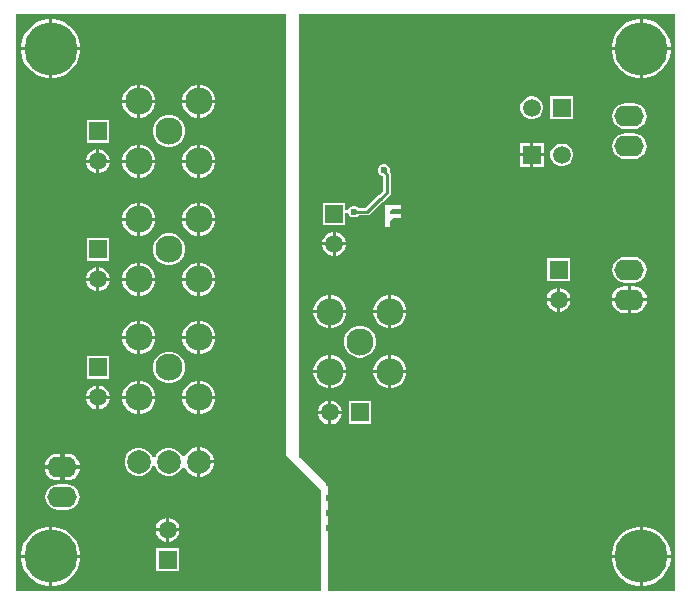
<source format=gbl>
G04*
G04 #@! TF.GenerationSoftware,Altium Limited,Altium Designer,25.0.2 (28)*
G04*
G04 Layer_Physical_Order=2*
G04 Layer_Color=16711680*
%FSLAX44Y44*%
%MOMM*%
G71*
G04*
G04 #@! TF.SameCoordinates,03372A04-C462-4CF8-ACA0-C5B6D0AAF50A*
G04*
G04*
G04 #@! TF.FilePolarity,Positive*
G04*
G01*
G75*
%ADD11C,0.2500*%
%ADD19C,4.5000*%
%ADD20O,2.5000X1.7500*%
%ADD21R,1.5200X1.5200*%
%ADD22C,1.5200*%
%ADD23C,2.3000*%
%ADD24R,1.5200X1.5200*%
%ADD25C,2.0000*%
%ADD33C,0.6000*%
G36*
X558918Y1082D02*
X265000D01*
Y90000D01*
X240000Y115000D01*
Y488918D01*
X558918D01*
Y1082D01*
D02*
G37*
G36*
X229000Y116000D02*
X259000Y86000D01*
Y1082D01*
X1082D01*
Y488918D01*
X229000D01*
Y116000D01*
D02*
G37*
%LPC*%
G36*
X532462Y485000D02*
X531250D01*
Y461250D01*
X555000D01*
Y462462D01*
X554039Y467292D01*
X552155Y471842D01*
X549419Y475937D01*
X545937Y479419D01*
X541842Y482155D01*
X537292Y484039D01*
X532462Y485000D01*
D02*
G37*
G36*
X528750D02*
X527538D01*
X522708Y484039D01*
X518158Y482155D01*
X514063Y479419D01*
X510581Y475937D01*
X507845Y471842D01*
X505961Y467292D01*
X505000Y462462D01*
Y461250D01*
X528750D01*
Y485000D01*
D02*
G37*
G36*
X555000Y458750D02*
X531250D01*
Y435000D01*
X532462D01*
X537292Y435961D01*
X541842Y437845D01*
X545937Y440581D01*
X549419Y444063D01*
X552155Y448158D01*
X554039Y452708D01*
X555000Y457538D01*
Y458750D01*
D02*
G37*
G36*
X528750D02*
X505000D01*
Y457538D01*
X505961Y452708D01*
X507845Y448158D01*
X510581Y444063D01*
X514063Y440581D01*
X518158Y437845D01*
X522708Y435961D01*
X527538Y435000D01*
X528750D01*
Y458750D01*
D02*
G37*
G36*
X472300Y419600D02*
X453100D01*
Y400400D01*
X472300D01*
Y419600D01*
D02*
G37*
G36*
X438564D02*
X436036D01*
X433595Y418946D01*
X431405Y417682D01*
X429618Y415895D01*
X428354Y413705D01*
X427700Y411264D01*
Y408736D01*
X428354Y406295D01*
X429618Y404105D01*
X431405Y402318D01*
X433595Y401054D01*
X436036Y400400D01*
X438564D01*
X441005Y401054D01*
X443195Y402318D01*
X444982Y404105D01*
X446246Y406295D01*
X446900Y408736D01*
Y411264D01*
X446246Y413705D01*
X444982Y415895D01*
X443195Y417682D01*
X441005Y418946D01*
X438564Y419600D01*
D02*
G37*
G36*
X523750Y413543D02*
X516250D01*
X513444Y413173D01*
X510829Y412090D01*
X508583Y410367D01*
X506860Y408121D01*
X505777Y405506D01*
X505407Y402700D01*
X505777Y399894D01*
X506860Y397279D01*
X508583Y395033D01*
X510829Y393310D01*
X513444Y392227D01*
X516250Y391857D01*
X523750D01*
X526556Y392227D01*
X529171Y393310D01*
X531417Y395033D01*
X533140Y397279D01*
X534223Y399894D01*
X534593Y402700D01*
X534223Y405506D01*
X533140Y408121D01*
X531417Y410367D01*
X529171Y412090D01*
X526556Y413173D01*
X523750Y413543D01*
D02*
G37*
G36*
X447400Y380100D02*
X438550D01*
Y371250D01*
X447400D01*
Y380100D01*
D02*
G37*
G36*
X436050D02*
X427200D01*
Y371250D01*
X436050D01*
Y380100D01*
D02*
G37*
G36*
X523750Y388143D02*
X516250D01*
X513444Y387773D01*
X510829Y386690D01*
X508583Y384967D01*
X506860Y382721D01*
X505777Y380106D01*
X505407Y377300D01*
X505777Y374494D01*
X506860Y371879D01*
X508583Y369633D01*
X510829Y367910D01*
X513444Y366827D01*
X516250Y366457D01*
X523750D01*
X526556Y366827D01*
X529171Y367910D01*
X531417Y369633D01*
X533140Y371879D01*
X534223Y374494D01*
X534593Y377300D01*
X534223Y380106D01*
X533140Y382721D01*
X531417Y384967D01*
X529171Y386690D01*
X526556Y387773D01*
X523750Y388143D01*
D02*
G37*
G36*
X463964Y379600D02*
X461436D01*
X458994Y378946D01*
X456805Y377682D01*
X455018Y375895D01*
X453754Y373705D01*
X453100Y371264D01*
Y368736D01*
X453754Y366295D01*
X455018Y364105D01*
X456805Y362318D01*
X458994Y361054D01*
X461436Y360400D01*
X463964D01*
X466405Y361054D01*
X468595Y362318D01*
X470382Y364105D01*
X471646Y366295D01*
X472300Y368736D01*
Y371264D01*
X471646Y373705D01*
X470382Y375895D01*
X468595Y377682D01*
X466405Y378946D01*
X463964Y379600D01*
D02*
G37*
G36*
X447400Y368750D02*
X438550D01*
Y359900D01*
X447400D01*
Y368750D01*
D02*
G37*
G36*
X436050D02*
X427200D01*
Y359900D01*
X436050D01*
Y368750D01*
D02*
G37*
G36*
X326050Y327659D02*
X324369Y327659D01*
X315257Y327659D01*
X313550Y327659D01*
X313451Y327659D01*
X313450Y327659D01*
X313431Y327651D01*
X313409D01*
X313409Y327650D01*
X313225Y327575D01*
X313210Y327559D01*
X313190Y327551D01*
X313050Y327410D01*
X313041Y327391D01*
X313026Y327375D01*
X312950Y327192D01*
X312950Y327192D01*
X312950Y327170D01*
X312942Y327150D01*
X312942Y327150D01*
X312942Y327051D01*
X312942Y325370D01*
X312942Y325369D01*
X312942Y325344D01*
Y309451D01*
X312950Y309431D01*
Y309410D01*
X313026Y309226D01*
X313041Y309211D01*
X313050Y309191D01*
X313190Y309050D01*
X313210Y309042D01*
X313225Y309027D01*
X313409Y308951D01*
X313431D01*
X313451Y308942D01*
X313550D01*
X313550Y308942D01*
X317150D01*
X317169Y308951D01*
X317191D01*
X317375Y309027D01*
X317390Y309042D01*
X317410Y309050D01*
X317550Y309191D01*
X317559Y309211D01*
X317574Y309226D01*
X317650Y309410D01*
Y309431D01*
X317658Y309451D01*
Y309551D01*
X317658Y309551D01*
Y314107D01*
X319994Y316442D01*
X326149Y316442D01*
X326150Y316442D01*
X326169Y316451D01*
X326191D01*
X326191Y316451D01*
X326375Y316527D01*
X326390Y316542D01*
X326410Y316550D01*
X326550Y316691D01*
X326559Y316711D01*
X326574Y316726D01*
X326650Y316910D01*
X326650Y316910D01*
X326650Y316931D01*
X326658Y316951D01*
X326658Y316951D01*
X326658Y317050D01*
X326658Y317051D01*
X326658Y319150D01*
X326650Y319170D01*
Y319191D01*
X326574Y319375D01*
X326559Y319390D01*
X326550Y319410D01*
X326410Y319551D01*
X326390Y319559D01*
X326375Y319574D01*
X326191Y319651D01*
X326169D01*
X326149Y319659D01*
X326050D01*
X326050Y319659D01*
X318055D01*
X317979Y319666D01*
X317833Y319727D01*
X317726Y319834D01*
X317666Y319980D01*
X317658Y320056D01*
Y322107D01*
X319994Y324442D01*
X326149Y324442D01*
X326150Y324442D01*
X326169Y324451D01*
X326191D01*
X326191Y324451D01*
X326375Y324527D01*
X326390Y324542D01*
X326410Y324550D01*
X326550Y324691D01*
X326559Y324711D01*
X326574Y324726D01*
X326650Y324910D01*
X326650Y324910D01*
X326650Y324915D01*
D01*
X326650Y324931D01*
X326658Y324951D01*
X326658Y324951D01*
X326658Y325050D01*
X326658Y325051D01*
X326658Y326594D01*
Y327150D01*
X326658Y327150D01*
X326651Y327166D01*
X326650Y327191D01*
X326650Y327192D01*
X326574Y327375D01*
X326574Y327375D01*
X326559Y327390D01*
X326550Y327410D01*
X326550Y327410D01*
X326410Y327551D01*
X326410Y327551D01*
X326390Y327559D01*
X326375Y327574D01*
X326375Y327575D01*
X326191Y327650D01*
X326191Y327651D01*
X326169Y327651D01*
X326150Y327659D01*
X326149Y327659D01*
X326050Y327659D01*
X326050Y327659D01*
D02*
G37*
G36*
X312994Y362000D02*
X311005D01*
X309168Y361239D01*
X307761Y359832D01*
X307000Y357995D01*
Y356005D01*
X307761Y354168D01*
X309168Y352761D01*
X311005Y352000D01*
X311367D01*
X311686Y351680D01*
Y339534D01*
X308084Y335931D01*
X307482Y335811D01*
X306407Y335093D01*
X296627Y325314D01*
X290757D01*
X289832Y326239D01*
X287994Y327000D01*
X286005D01*
X284168Y326239D01*
X282761Y324832D01*
X282156Y323371D01*
X282000Y322995D01*
X279600Y323236D01*
Y329600D01*
X260400D01*
Y310400D01*
X279600D01*
Y320764D01*
X282000Y321005D01*
X282156Y320629D01*
X282761Y319168D01*
X284168Y317761D01*
X286005Y317000D01*
X287994D01*
X289832Y317761D01*
X290757Y318686D01*
X298000D01*
X299268Y318939D01*
X300343Y319657D01*
X310255Y329569D01*
X310857Y329689D01*
X311932Y330407D01*
X317343Y335818D01*
X318061Y336893D01*
X318314Y338161D01*
Y353053D01*
X318061Y354321D01*
X317343Y355396D01*
X316922Y355817D01*
X317000Y356005D01*
Y357995D01*
X316239Y359832D01*
X314832Y361239D01*
X312994Y362000D01*
D02*
G37*
G36*
X271330Y304700D02*
X271250D01*
Y295850D01*
X280100D01*
Y295930D01*
X279412Y298498D01*
X278082Y300802D01*
X276201Y302682D01*
X273898Y304012D01*
X271330Y304700D01*
D02*
G37*
G36*
X268750D02*
X268670D01*
X266102Y304012D01*
X263799Y302682D01*
X261918Y300802D01*
X260588Y298498D01*
X259900Y295930D01*
Y295850D01*
X268750D01*
Y304700D01*
D02*
G37*
G36*
X280100Y293350D02*
X271250D01*
Y284500D01*
X271330D01*
X273898Y285188D01*
X276201Y286518D01*
X278082Y288398D01*
X279412Y290702D01*
X280100Y293270D01*
Y293350D01*
D02*
G37*
G36*
X268750D02*
X259900D01*
Y293270D01*
X260588Y290702D01*
X261918Y288398D01*
X263799Y286518D01*
X266102Y285188D01*
X268670Y284500D01*
X268750D01*
Y293350D01*
D02*
G37*
G36*
X469600Y282300D02*
X450400D01*
Y263100D01*
X469600D01*
Y282300D01*
D02*
G37*
G36*
X523750Y283543D02*
X516250D01*
X513444Y283173D01*
X510829Y282090D01*
X508583Y280367D01*
X506860Y278121D01*
X505777Y275506D01*
X505407Y272700D01*
X505777Y269894D01*
X506860Y267279D01*
X508583Y265033D01*
X510829Y263310D01*
X513444Y262227D01*
X516250Y261857D01*
X523750D01*
X526556Y262227D01*
X529171Y263310D01*
X531417Y265033D01*
X533140Y267279D01*
X534223Y269894D01*
X534593Y272700D01*
X534223Y275506D01*
X533140Y278121D01*
X531417Y280367D01*
X529171Y282090D01*
X526556Y283173D01*
X523750Y283543D01*
D02*
G37*
G36*
X461330Y257400D02*
X461250D01*
Y248550D01*
X470100D01*
Y248630D01*
X469412Y251198D01*
X468082Y253501D01*
X466202Y255382D01*
X463898Y256712D01*
X461330Y257400D01*
D02*
G37*
G36*
X458750D02*
X458670D01*
X456101Y256712D01*
X453798Y255382D01*
X451918Y253501D01*
X450588Y251198D01*
X449900Y248630D01*
Y248550D01*
X458750D01*
Y257400D01*
D02*
G37*
G36*
X523750Y258647D02*
X521250D01*
Y248550D01*
X534933D01*
X534710Y250237D01*
X533577Y252973D01*
X531774Y255324D01*
X529423Y257127D01*
X526687Y258260D01*
X523750Y258647D01*
D02*
G37*
G36*
X518750D02*
X516250D01*
X513313Y258260D01*
X510576Y257127D01*
X508226Y255324D01*
X506423Y252973D01*
X505289Y250237D01*
X505067Y248550D01*
X518750D01*
Y258647D01*
D02*
G37*
G36*
X319111Y251268D02*
X318518D01*
Y238518D01*
X331268D01*
Y239111D01*
X330314Y242672D01*
X328471Y245865D01*
X325864Y248471D01*
X322672Y250314D01*
X319111Y251268D01*
D02*
G37*
G36*
X268311D02*
X267718D01*
Y238518D01*
X280468D01*
Y239111D01*
X279514Y242672D01*
X277671Y245865D01*
X275065Y248471D01*
X271872Y250314D01*
X268311Y251268D01*
D02*
G37*
G36*
X316018D02*
X315425D01*
X311864Y250314D01*
X308672Y248471D01*
X306066Y245865D01*
X304222Y242672D01*
X303268Y239111D01*
Y238518D01*
X316018D01*
Y251268D01*
D02*
G37*
G36*
X265218D02*
X264625D01*
X261064Y250314D01*
X257872Y248471D01*
X255266Y245865D01*
X253422Y242672D01*
X252468Y239111D01*
Y238518D01*
X265218D01*
Y251268D01*
D02*
G37*
G36*
X470100Y246050D02*
X461250D01*
Y237200D01*
X461330D01*
X463898Y237888D01*
X466202Y239218D01*
X468082Y241098D01*
X469412Y243402D01*
X470100Y245970D01*
Y246050D01*
D02*
G37*
G36*
X458750D02*
X449900D01*
Y245970D01*
X450588Y243402D01*
X451918Y241098D01*
X453798Y239218D01*
X456101Y237888D01*
X458670Y237200D01*
X458750D01*
Y246050D01*
D02*
G37*
G36*
X534933Y246050D02*
X521250D01*
Y235953D01*
X523750D01*
X526687Y236340D01*
X529423Y237473D01*
X531774Y239276D01*
X533577Y241626D01*
X534710Y244363D01*
X534933Y246050D01*
D02*
G37*
G36*
X518750D02*
X505067D01*
X505289Y244363D01*
X506423Y241626D01*
X508226Y239276D01*
X510576Y237473D01*
X513313Y236340D01*
X516250Y235953D01*
X518750D01*
Y246050D01*
D02*
G37*
G36*
X331268Y236018D02*
X318518D01*
Y223268D01*
X319111D01*
X322672Y224222D01*
X325864Y226066D01*
X328471Y228672D01*
X330314Y231864D01*
X331268Y235425D01*
Y236018D01*
D02*
G37*
G36*
X316018D02*
X303268D01*
Y235425D01*
X304222Y231864D01*
X306066Y228672D01*
X308672Y226066D01*
X311864Y224222D01*
X315425Y223268D01*
X316018D01*
Y236018D01*
D02*
G37*
G36*
X280468D02*
X267718D01*
Y223268D01*
X268311D01*
X271872Y224222D01*
X275065Y226066D01*
X277671Y228672D01*
X279514Y231864D01*
X280468Y235425D01*
Y236018D01*
D02*
G37*
G36*
X265218D02*
X252468D01*
Y235425D01*
X253422Y231864D01*
X255266Y228672D01*
X257872Y226066D01*
X261064Y224222D01*
X264625Y223268D01*
X265218D01*
Y236018D01*
D02*
G37*
G36*
X293646Y225368D02*
X290091D01*
X286658Y224448D01*
X283579Y222671D01*
X281066Y220157D01*
X279288Y217079D01*
X278368Y213646D01*
Y210091D01*
X279288Y206657D01*
X281066Y203579D01*
X283579Y201066D01*
X286658Y199288D01*
X290091Y198368D01*
X293646D01*
X297079Y199288D01*
X300158Y201066D01*
X302671Y203579D01*
X304448Y206657D01*
X305368Y210091D01*
Y213646D01*
X304448Y217079D01*
X302671Y220157D01*
X300158Y222671D01*
X297079Y224448D01*
X293646Y225368D01*
D02*
G37*
G36*
X319111Y200468D02*
X318518D01*
Y187718D01*
X331268D01*
Y188311D01*
X330314Y191872D01*
X328471Y195065D01*
X325864Y197671D01*
X322672Y199514D01*
X319111Y200468D01*
D02*
G37*
G36*
X268311D02*
X267718D01*
Y187718D01*
X280468D01*
Y188311D01*
X279514Y191872D01*
X277671Y195065D01*
X275065Y197671D01*
X271872Y199514D01*
X268311Y200468D01*
D02*
G37*
G36*
X316018D02*
X315425D01*
X311864Y199514D01*
X308672Y197671D01*
X306066Y195065D01*
X304222Y191872D01*
X303268Y188311D01*
Y187718D01*
X316018D01*
Y200468D01*
D02*
G37*
G36*
X265218D02*
X264625D01*
X261064Y199514D01*
X257872Y197671D01*
X255266Y195065D01*
X253422Y191872D01*
X252468Y188311D01*
Y187718D01*
X265218D01*
Y200468D01*
D02*
G37*
G36*
X331268Y185218D02*
X318518D01*
Y172468D01*
X319111D01*
X322672Y173422D01*
X325864Y175266D01*
X328471Y177872D01*
X330314Y181064D01*
X331268Y184625D01*
Y185218D01*
D02*
G37*
G36*
X316018D02*
X303268D01*
Y184625D01*
X304222Y181064D01*
X306066Y177872D01*
X308672Y175266D01*
X311864Y173422D01*
X315425Y172468D01*
X316018D01*
Y185218D01*
D02*
G37*
G36*
X280468D02*
X267718D01*
Y172468D01*
X268311D01*
X271872Y173422D01*
X275065Y175266D01*
X277671Y177872D01*
X279514Y181064D01*
X280468Y184625D01*
Y185218D01*
D02*
G37*
G36*
X265218D02*
X252468D01*
Y184625D01*
X253422Y181064D01*
X255266Y177872D01*
X257872Y175266D01*
X261064Y173422D01*
X264625Y172468D01*
X265218D01*
Y185218D01*
D02*
G37*
G36*
X267798Y161968D02*
X267718D01*
Y153118D01*
X276568D01*
Y153198D01*
X275880Y155767D01*
X274550Y158070D01*
X272670Y159950D01*
X270367Y161280D01*
X267798Y161968D01*
D02*
G37*
G36*
X265218D02*
X265139D01*
X262570Y161280D01*
X260267Y159950D01*
X258386Y158070D01*
X257057Y155767D01*
X256368Y153198D01*
Y153118D01*
X265218D01*
Y161968D01*
D02*
G37*
G36*
X301468Y161468D02*
X282268D01*
Y142268D01*
X301468D01*
Y161468D01*
D02*
G37*
G36*
X276568Y150618D02*
X267718D01*
Y141768D01*
X267798D01*
X270367Y142457D01*
X272670Y143786D01*
X274550Y145667D01*
X275880Y147970D01*
X276568Y150539D01*
Y150618D01*
D02*
G37*
G36*
X265218D02*
X256368D01*
Y150539D01*
X257057Y147970D01*
X258386Y145667D01*
X260267Y143786D01*
X262570Y142457D01*
X265139Y141768D01*
X265218D01*
Y150618D01*
D02*
G37*
G36*
X532462Y55000D02*
X531250D01*
Y31250D01*
X555000D01*
Y32462D01*
X554039Y37292D01*
X552155Y41842D01*
X549419Y45937D01*
X545937Y49419D01*
X541842Y52155D01*
X537292Y54039D01*
X532462Y55000D01*
D02*
G37*
G36*
X528750D02*
X527538D01*
X522708Y54039D01*
X518158Y52155D01*
X514063Y49419D01*
X510581Y45937D01*
X507845Y41842D01*
X505961Y37292D01*
X505000Y32462D01*
Y31250D01*
X528750D01*
Y55000D01*
D02*
G37*
G36*
X555000Y28750D02*
X531250D01*
Y5000D01*
X532462D01*
X537292Y5961D01*
X541842Y7845D01*
X545937Y10581D01*
X549419Y14063D01*
X552155Y18158D01*
X554039Y22708D01*
X555000Y27538D01*
Y28750D01*
D02*
G37*
G36*
X528750D02*
X505000D01*
Y27538D01*
X505961Y22708D01*
X507845Y18158D01*
X510581Y14063D01*
X514063Y10581D01*
X518158Y7845D01*
X522708Y5961D01*
X527538Y5000D01*
X528750D01*
Y28750D01*
D02*
G37*
G36*
X32462Y485000D02*
X31250D01*
Y461250D01*
X55000D01*
Y462462D01*
X54039Y467292D01*
X52155Y471842D01*
X49419Y475937D01*
X45937Y479419D01*
X41842Y482155D01*
X37292Y484039D01*
X32462Y485000D01*
D02*
G37*
G36*
X28750D02*
X27538D01*
X22708Y484039D01*
X18158Y482155D01*
X14063Y479419D01*
X10581Y475937D01*
X7845Y471842D01*
X5961Y467292D01*
X5000Y462462D01*
Y461250D01*
X28750D01*
Y485000D01*
D02*
G37*
G36*
X55000Y458750D02*
X31250D01*
Y435000D01*
X32462D01*
X37292Y435961D01*
X41842Y437845D01*
X45937Y440581D01*
X49419Y444063D01*
X52155Y448158D01*
X54039Y452708D01*
X55000Y457538D01*
Y458750D01*
D02*
G37*
G36*
X28750D02*
X5000D01*
Y457538D01*
X5961Y452708D01*
X7845Y448158D01*
X10581Y444063D01*
X14063Y440581D01*
X18158Y437845D01*
X22708Y435961D01*
X27538Y435000D01*
X28750D01*
Y458750D01*
D02*
G37*
G36*
X157243Y429400D02*
X156650D01*
Y416650D01*
X169400D01*
Y417243D01*
X168446Y420804D01*
X166603Y423996D01*
X163996Y426603D01*
X160804Y428446D01*
X157243Y429400D01*
D02*
G37*
G36*
X106443D02*
X105850D01*
Y416650D01*
X118600D01*
Y417243D01*
X117646Y420804D01*
X115803Y423996D01*
X113196Y426603D01*
X110004Y428446D01*
X106443Y429400D01*
D02*
G37*
G36*
X154150D02*
X153557D01*
X149996Y428446D01*
X146804Y426603D01*
X144197Y423996D01*
X142354Y420804D01*
X141400Y417243D01*
Y416650D01*
X154150D01*
Y429400D01*
D02*
G37*
G36*
X103350D02*
X102757D01*
X99196Y428446D01*
X96004Y426603D01*
X93397Y423996D01*
X91554Y420804D01*
X90600Y417243D01*
Y416650D01*
X103350D01*
Y429400D01*
D02*
G37*
G36*
X169400Y414150D02*
X156650D01*
Y401400D01*
X157243D01*
X160804Y402354D01*
X163996Y404197D01*
X166603Y406804D01*
X168446Y409996D01*
X169400Y413557D01*
Y414150D01*
D02*
G37*
G36*
X154150D02*
X141400D01*
Y413557D01*
X142354Y409996D01*
X144197Y406804D01*
X146804Y404197D01*
X149996Y402354D01*
X153557Y401400D01*
X154150D01*
Y414150D01*
D02*
G37*
G36*
X118600D02*
X105850D01*
Y401400D01*
X106443D01*
X110004Y402354D01*
X113196Y404197D01*
X115803Y406804D01*
X117646Y409996D01*
X118600Y413557D01*
Y414150D01*
D02*
G37*
G36*
X103350D02*
X90600D01*
Y413557D01*
X91554Y409996D01*
X93397Y406804D01*
X96004Y404197D01*
X99196Y402354D01*
X102757Y401400D01*
X103350D01*
Y414150D01*
D02*
G37*
G36*
X79600Y399600D02*
X60400D01*
Y380400D01*
X79600D01*
Y399600D01*
D02*
G37*
G36*
X131777Y403500D02*
X128223D01*
X124789Y402580D01*
X121711Y400803D01*
X119197Y398289D01*
X117420Y395211D01*
X116500Y391777D01*
Y388223D01*
X117420Y384789D01*
X119197Y381711D01*
X121711Y379197D01*
X124789Y377420D01*
X128223Y376500D01*
X131777D01*
X135211Y377420D01*
X138289Y379197D01*
X140803Y381711D01*
X142580Y384789D01*
X143500Y388223D01*
Y391777D01*
X142580Y395211D01*
X140803Y398289D01*
X138289Y400803D01*
X135211Y402580D01*
X131777Y403500D01*
D02*
G37*
G36*
X71330Y374700D02*
X71250D01*
Y365850D01*
X80100D01*
Y365930D01*
X79412Y368498D01*
X78082Y370802D01*
X76202Y372682D01*
X73898Y374012D01*
X71330Y374700D01*
D02*
G37*
G36*
X68750D02*
X68670D01*
X66101Y374012D01*
X63798Y372682D01*
X61918Y370802D01*
X60588Y368498D01*
X59900Y365930D01*
Y365850D01*
X68750D01*
Y374700D01*
D02*
G37*
G36*
X157243Y378600D02*
X156650D01*
Y365850D01*
X169400D01*
Y366443D01*
X168446Y370004D01*
X166603Y373196D01*
X163996Y375803D01*
X160804Y377646D01*
X157243Y378600D01*
D02*
G37*
G36*
X106443D02*
X105850D01*
Y365850D01*
X118600D01*
Y366443D01*
X117646Y370004D01*
X115803Y373196D01*
X113196Y375803D01*
X110004Y377646D01*
X106443Y378600D01*
D02*
G37*
G36*
X154150D02*
X153557D01*
X149996Y377646D01*
X146804Y375803D01*
X144197Y373196D01*
X142354Y370004D01*
X141400Y366443D01*
Y365850D01*
X154150D01*
Y378600D01*
D02*
G37*
G36*
X103350D02*
X102757D01*
X99196Y377646D01*
X96004Y375803D01*
X93397Y373196D01*
X91554Y370004D01*
X90600Y366443D01*
Y365850D01*
X103350D01*
Y378600D01*
D02*
G37*
G36*
X80100Y363350D02*
X71250D01*
Y354500D01*
X71330D01*
X73898Y355188D01*
X76202Y356518D01*
X78082Y358399D01*
X79412Y360702D01*
X80100Y363270D01*
Y363350D01*
D02*
G37*
G36*
X68750D02*
X59900D01*
Y363270D01*
X60588Y360702D01*
X61918Y358399D01*
X63798Y356518D01*
X66101Y355188D01*
X68670Y354500D01*
X68750D01*
Y363350D01*
D02*
G37*
G36*
X169400Y363350D02*
X156650D01*
Y350600D01*
X157243D01*
X160804Y351554D01*
X163996Y353397D01*
X166603Y356004D01*
X168446Y359196D01*
X169400Y362757D01*
Y363350D01*
D02*
G37*
G36*
X154150D02*
X141400D01*
Y362757D01*
X142354Y359196D01*
X144197Y356004D01*
X146804Y353397D01*
X149996Y351554D01*
X153557Y350600D01*
X154150D01*
Y363350D01*
D02*
G37*
G36*
X118600D02*
X105850D01*
Y350600D01*
X106443D01*
X110004Y351554D01*
X113196Y353397D01*
X115803Y356004D01*
X117646Y359196D01*
X118600Y362757D01*
Y363350D01*
D02*
G37*
G36*
X103350D02*
X90600D01*
Y362757D01*
X91554Y359196D01*
X93397Y356004D01*
X96004Y353397D01*
X99196Y351554D01*
X102757Y350600D01*
X103350D01*
Y363350D01*
D02*
G37*
G36*
X157243Y329400D02*
X156650D01*
Y316650D01*
X169400D01*
Y317243D01*
X168446Y320804D01*
X166603Y323996D01*
X163996Y326603D01*
X160804Y328446D01*
X157243Y329400D01*
D02*
G37*
G36*
X154150D02*
X153557D01*
X149996Y328446D01*
X146804Y326603D01*
X144197Y323996D01*
X142354Y320804D01*
X141400Y317243D01*
Y316650D01*
X154150D01*
Y329400D01*
D02*
G37*
G36*
X106443D02*
X105850D01*
Y316650D01*
X118600D01*
Y317243D01*
X117646Y320804D01*
X115803Y323996D01*
X113196Y326603D01*
X110004Y328446D01*
X106443Y329400D01*
D02*
G37*
G36*
X103350D02*
X102757D01*
X99196Y328446D01*
X96004Y326603D01*
X93397Y323996D01*
X91554Y320804D01*
X90600Y317243D01*
Y316650D01*
X103350D01*
Y329400D01*
D02*
G37*
G36*
X169400Y314150D02*
X156650D01*
Y301400D01*
X157243D01*
X160804Y302354D01*
X163996Y304197D01*
X166603Y306804D01*
X168446Y309996D01*
X169400Y313557D01*
Y314150D01*
D02*
G37*
G36*
X154150D02*
X141400D01*
Y313557D01*
X142354Y309996D01*
X144197Y306804D01*
X146804Y304197D01*
X149996Y302354D01*
X153557Y301400D01*
X154150D01*
Y314150D01*
D02*
G37*
G36*
X118600D02*
X105850D01*
Y301400D01*
X106443D01*
X110004Y302354D01*
X113196Y304197D01*
X115803Y306804D01*
X117646Y309996D01*
X118600Y313557D01*
Y314150D01*
D02*
G37*
G36*
X103350D02*
X90600D01*
Y313557D01*
X91554Y309996D01*
X93397Y306804D01*
X96004Y304197D01*
X99196Y302354D01*
X102757Y301400D01*
X103350D01*
Y314150D01*
D02*
G37*
G36*
X79600Y299600D02*
X60400D01*
Y280400D01*
X79600D01*
Y299600D01*
D02*
G37*
G36*
X131777Y303500D02*
X128223D01*
X124789Y302580D01*
X121711Y300803D01*
X119197Y298289D01*
X117420Y295211D01*
X116500Y291777D01*
Y288223D01*
X117420Y284789D01*
X119197Y281711D01*
X121711Y279197D01*
X124789Y277420D01*
X128223Y276500D01*
X131777D01*
X135211Y277420D01*
X138289Y279197D01*
X140803Y281711D01*
X142580Y284789D01*
X143500Y288223D01*
Y291777D01*
X142580Y295211D01*
X140803Y298289D01*
X138289Y300803D01*
X135211Y302580D01*
X131777Y303500D01*
D02*
G37*
G36*
X71330Y274700D02*
X71250D01*
Y265850D01*
X80100D01*
Y265930D01*
X79412Y268498D01*
X78082Y270802D01*
X76202Y272682D01*
X73899Y274012D01*
X71330Y274700D01*
D02*
G37*
G36*
X157243Y278600D02*
X156650D01*
Y265850D01*
X169400D01*
Y266443D01*
X168446Y270004D01*
X166603Y273196D01*
X163996Y275803D01*
X160804Y277646D01*
X157243Y278600D01*
D02*
G37*
G36*
X154150D02*
X153557D01*
X149996Y277646D01*
X146804Y275803D01*
X144197Y273196D01*
X142354Y270004D01*
X141400Y266443D01*
Y265850D01*
X154150D01*
Y278600D01*
D02*
G37*
G36*
X106443D02*
X105850D01*
Y265850D01*
X118600D01*
Y266443D01*
X117646Y270004D01*
X115803Y273196D01*
X113196Y275803D01*
X110004Y277646D01*
X106443Y278600D01*
D02*
G37*
G36*
X103350D02*
X102757D01*
X99196Y277646D01*
X96004Y275803D01*
X93397Y273196D01*
X91554Y270004D01*
X90600Y266443D01*
Y265850D01*
X103350D01*
Y278600D01*
D02*
G37*
G36*
X68750Y274700D02*
X68670D01*
X66102Y274012D01*
X63798Y272682D01*
X61918Y270802D01*
X60588Y268498D01*
X59900Y265930D01*
Y265850D01*
X68750D01*
Y274700D01*
D02*
G37*
G36*
X80100Y263350D02*
X71250D01*
Y254500D01*
X71330D01*
X73899Y255188D01*
X76202Y256518D01*
X78082Y258398D01*
X79412Y260702D01*
X80100Y263270D01*
Y263350D01*
D02*
G37*
G36*
X68750D02*
X59900D01*
Y263270D01*
X60588Y260702D01*
X61918Y258398D01*
X63798Y256518D01*
X66102Y255188D01*
X68670Y254500D01*
X68750D01*
Y263350D01*
D02*
G37*
G36*
X169400D02*
X156650D01*
Y250600D01*
X157243D01*
X160804Y251554D01*
X163996Y253397D01*
X166603Y256004D01*
X168446Y259196D01*
X169400Y262757D01*
Y263350D01*
D02*
G37*
G36*
X154150D02*
X141400D01*
Y262757D01*
X142354Y259196D01*
X144197Y256004D01*
X146804Y253397D01*
X149996Y251554D01*
X153557Y250600D01*
X154150D01*
Y263350D01*
D02*
G37*
G36*
X118600D02*
X105850D01*
Y250600D01*
X106443D01*
X110004Y251554D01*
X113196Y253397D01*
X115803Y256004D01*
X117646Y259196D01*
X118600Y262757D01*
Y263350D01*
D02*
G37*
G36*
X103350D02*
X90600D01*
Y262757D01*
X91554Y259196D01*
X93397Y256004D01*
X96004Y253397D01*
X99196Y251554D01*
X102757Y250600D01*
X103350D01*
Y263350D01*
D02*
G37*
G36*
X157243Y229400D02*
X156650D01*
Y216650D01*
X169400D01*
Y217243D01*
X168446Y220804D01*
X166603Y223996D01*
X163996Y226603D01*
X160804Y228446D01*
X157243Y229400D01*
D02*
G37*
G36*
X106443D02*
X105850D01*
Y216650D01*
X118600D01*
Y217243D01*
X117646Y220804D01*
X115803Y223996D01*
X113196Y226603D01*
X110004Y228446D01*
X106443Y229400D01*
D02*
G37*
G36*
X154150D02*
X153557D01*
X149996Y228446D01*
X146804Y226603D01*
X144197Y223996D01*
X142354Y220804D01*
X141400Y217243D01*
Y216650D01*
X154150D01*
Y229400D01*
D02*
G37*
G36*
X103350D02*
X102757D01*
X99196Y228446D01*
X96004Y226603D01*
X93397Y223996D01*
X91554Y220804D01*
X90600Y217243D01*
Y216650D01*
X103350D01*
Y229400D01*
D02*
G37*
G36*
X169400Y214150D02*
X156650D01*
Y201400D01*
X157243D01*
X160804Y202354D01*
X163996Y204197D01*
X166603Y206804D01*
X168446Y209996D01*
X169400Y213557D01*
Y214150D01*
D02*
G37*
G36*
X154150D02*
X141400D01*
Y213557D01*
X142354Y209996D01*
X144197Y206804D01*
X146804Y204197D01*
X149996Y202354D01*
X153557Y201400D01*
X154150D01*
Y214150D01*
D02*
G37*
G36*
X118600D02*
X105850D01*
Y201400D01*
X106443D01*
X110004Y202354D01*
X113196Y204197D01*
X115803Y206804D01*
X117646Y209996D01*
X118600Y213557D01*
Y214150D01*
D02*
G37*
G36*
X103350D02*
X90600D01*
Y213557D01*
X91554Y209996D01*
X93397Y206804D01*
X96004Y204197D01*
X99196Y202354D01*
X102757Y201400D01*
X103350D01*
Y214150D01*
D02*
G37*
G36*
X79600Y199600D02*
X60400D01*
Y180400D01*
X79600D01*
Y199600D01*
D02*
G37*
G36*
X131777Y203500D02*
X128223D01*
X124789Y202580D01*
X121711Y200803D01*
X119197Y198289D01*
X117420Y195211D01*
X116500Y191777D01*
Y188223D01*
X117420Y184789D01*
X119197Y181711D01*
X121711Y179197D01*
X124789Y177420D01*
X128223Y176500D01*
X131777D01*
X135211Y177420D01*
X138289Y179197D01*
X140803Y181711D01*
X142580Y184789D01*
X143500Y188223D01*
Y191777D01*
X142580Y195211D01*
X140803Y198289D01*
X138289Y200803D01*
X135211Y202580D01*
X131777Y203500D01*
D02*
G37*
G36*
X157243Y178600D02*
X156650D01*
Y165850D01*
X169400D01*
Y166443D01*
X168446Y170004D01*
X166603Y173196D01*
X163996Y175803D01*
X160804Y177646D01*
X157243Y178600D01*
D02*
G37*
G36*
X106443D02*
X105850D01*
Y165850D01*
X118600D01*
Y166443D01*
X117646Y170004D01*
X115803Y173196D01*
X113196Y175803D01*
X110004Y177646D01*
X106443Y178600D01*
D02*
G37*
G36*
X71330Y174700D02*
X71250D01*
Y165850D01*
X80100D01*
Y165930D01*
X79412Y168498D01*
X78082Y170802D01*
X76202Y172682D01*
X73899Y174012D01*
X71330Y174700D01*
D02*
G37*
G36*
X68750D02*
X68670D01*
X66102Y174012D01*
X63798Y172682D01*
X61918Y170802D01*
X60588Y168498D01*
X59900Y165930D01*
Y165850D01*
X68750D01*
Y174700D01*
D02*
G37*
G36*
X154150Y178600D02*
X153557D01*
X149996Y177646D01*
X146804Y175803D01*
X144197Y173196D01*
X142354Y170004D01*
X141400Y166443D01*
Y165850D01*
X154150D01*
Y178600D01*
D02*
G37*
G36*
X103350D02*
X102757D01*
X99196Y177646D01*
X96004Y175803D01*
X93397Y173196D01*
X91554Y170004D01*
X90600Y166443D01*
Y165850D01*
X103350D01*
Y178600D01*
D02*
G37*
G36*
X80100Y163350D02*
X71250D01*
Y154500D01*
X71330D01*
X73899Y155188D01*
X76202Y156518D01*
X78082Y158399D01*
X79412Y160702D01*
X80100Y163270D01*
Y163350D01*
D02*
G37*
G36*
X68750D02*
X59900D01*
Y163270D01*
X60588Y160702D01*
X61918Y158399D01*
X63798Y156518D01*
X66102Y155188D01*
X68670Y154500D01*
X68750D01*
Y163350D01*
D02*
G37*
G36*
X169400D02*
X156650D01*
Y150600D01*
X157243D01*
X160804Y151554D01*
X163996Y153397D01*
X166603Y156004D01*
X168446Y159196D01*
X169400Y162757D01*
Y163350D01*
D02*
G37*
G36*
X154150D02*
X141400D01*
Y162757D01*
X142354Y159196D01*
X144197Y156004D01*
X146804Y153397D01*
X149996Y151554D01*
X153557Y150600D01*
X154150D01*
Y163350D01*
D02*
G37*
G36*
X118600D02*
X105850D01*
Y150600D01*
X106443D01*
X110004Y151554D01*
X113196Y153397D01*
X115803Y156004D01*
X117646Y159196D01*
X118600Y162757D01*
Y163350D01*
D02*
G37*
G36*
X103350D02*
X90600D01*
Y162757D01*
X91554Y159196D01*
X93397Y156004D01*
X96004Y153397D01*
X99196Y151554D01*
X102757Y150600D01*
X103350D01*
Y163350D01*
D02*
G37*
G36*
X154150Y122500D02*
X153754D01*
X150575Y121648D01*
X147725Y120002D01*
X145398Y117675D01*
X143752Y114825D01*
X143735Y114763D01*
X141441Y114645D01*
X141134Y114715D01*
X139602Y117368D01*
X137368Y119602D01*
X134632Y121182D01*
X131580Y122000D01*
X128420D01*
X125368Y121182D01*
X122632Y119602D01*
X120398Y117368D01*
X118818Y114632D01*
X118594Y113797D01*
X116006D01*
X115782Y114632D01*
X114202Y117368D01*
X111968Y119602D01*
X109232Y121182D01*
X106180Y122000D01*
X103020D01*
X99968Y121182D01*
X97232Y119602D01*
X94998Y117368D01*
X93418Y114632D01*
X92600Y111580D01*
Y108420D01*
X93418Y105368D01*
X94998Y102632D01*
X97232Y100398D01*
X99968Y98818D01*
X103020Y98000D01*
X106180D01*
X109232Y98818D01*
X111968Y100398D01*
X114202Y102632D01*
X115782Y105368D01*
X116006Y106203D01*
X118594D01*
X118818Y105368D01*
X120398Y102632D01*
X122632Y100398D01*
X125368Y98818D01*
X128420Y98000D01*
X131580D01*
X134632Y98818D01*
X137368Y100398D01*
X139602Y102632D01*
X141134Y105285D01*
X141441Y105355D01*
X143735Y105237D01*
X143752Y105175D01*
X145398Y102325D01*
X147725Y99998D01*
X150575Y98352D01*
X153754Y97500D01*
X154150D01*
Y110000D01*
Y122500D01*
D02*
G37*
G36*
X157046D02*
X156650D01*
Y111250D01*
X167900D01*
Y111646D01*
X167048Y114825D01*
X165403Y117675D01*
X163075Y120002D01*
X160225Y121648D01*
X157046Y122500D01*
D02*
G37*
G36*
X43750Y117047D02*
X42000D01*
Y107700D01*
X54834D01*
X54710Y108637D01*
X53577Y111374D01*
X51774Y113724D01*
X49423Y115527D01*
X46687Y116660D01*
X43750Y117047D01*
D02*
G37*
G36*
X38000D02*
X36250D01*
X33313Y116660D01*
X30576Y115527D01*
X28226Y113724D01*
X26423Y111374D01*
X25290Y108637D01*
X25166Y107700D01*
X38000D01*
Y117047D01*
D02*
G37*
G36*
X167900Y108750D02*
X156650D01*
Y97500D01*
X157046D01*
X160225Y98352D01*
X163075Y99998D01*
X165403Y102325D01*
X167048Y105175D01*
X167900Y108354D01*
Y108750D01*
D02*
G37*
G36*
X54834Y103700D02*
X42000D01*
Y94353D01*
X43750D01*
X46687Y94740D01*
X49423Y95873D01*
X51774Y97676D01*
X53577Y100027D01*
X54710Y102763D01*
X54834Y103700D01*
D02*
G37*
G36*
X38000D02*
X25166D01*
X25290Y102763D01*
X26423Y100027D01*
X28226Y97676D01*
X30576Y95873D01*
X33313Y94740D01*
X36250Y94353D01*
X38000D01*
Y103700D01*
D02*
G37*
G36*
X43750Y91143D02*
X36250D01*
X33444Y90773D01*
X30829Y89690D01*
X28583Y87967D01*
X26860Y85721D01*
X25777Y83106D01*
X25407Y80300D01*
X25777Y77494D01*
X26860Y74879D01*
X28583Y72633D01*
X30829Y70910D01*
X33444Y69827D01*
X36250Y69457D01*
X43750D01*
X46556Y69827D01*
X49171Y70910D01*
X51417Y72633D01*
X53140Y74879D01*
X54223Y77494D01*
X54593Y80300D01*
X54223Y83106D01*
X53140Y85721D01*
X51417Y87967D01*
X49171Y89690D01*
X46556Y90773D01*
X43750Y91143D01*
D02*
G37*
G36*
X130330Y62800D02*
X130250D01*
Y53950D01*
X139100D01*
Y54030D01*
X138412Y56598D01*
X137082Y58902D01*
X135202Y60782D01*
X132898Y62112D01*
X130330Y62800D01*
D02*
G37*
G36*
X127750D02*
X127670D01*
X125102Y62112D01*
X122799Y60782D01*
X120918Y58902D01*
X119588Y56598D01*
X118900Y54030D01*
Y53950D01*
X127750D01*
Y62800D01*
D02*
G37*
G36*
X139100Y51450D02*
X130250D01*
Y42600D01*
X130330D01*
X132898Y43288D01*
X135202Y44618D01*
X137082Y46498D01*
X138412Y48802D01*
X139100Y51370D01*
Y51450D01*
D02*
G37*
G36*
X127750D02*
X118900D01*
Y51370D01*
X119588Y48802D01*
X120918Y46498D01*
X122799Y44618D01*
X125102Y43288D01*
X127670Y42600D01*
X127750D01*
Y51450D01*
D02*
G37*
G36*
X32462Y55000D02*
X31250D01*
Y31250D01*
X55000D01*
Y32462D01*
X54039Y37292D01*
X52155Y41842D01*
X49419Y45937D01*
X45937Y49419D01*
X41842Y52155D01*
X37292Y54039D01*
X32462Y55000D01*
D02*
G37*
G36*
X28750D02*
X27538D01*
X22708Y54039D01*
X18158Y52155D01*
X14063Y49419D01*
X10581Y45937D01*
X7845Y41842D01*
X5961Y37292D01*
X5000Y32462D01*
Y31250D01*
X28750D01*
Y55000D01*
D02*
G37*
G36*
X138600Y36900D02*
X119400D01*
Y17700D01*
X138600D01*
Y36900D01*
D02*
G37*
G36*
X55000Y28750D02*
X31250D01*
Y5000D01*
X32462D01*
X37292Y5961D01*
X41842Y7845D01*
X45937Y10581D01*
X49419Y14063D01*
X52155Y18158D01*
X54039Y22708D01*
X55000Y27538D01*
Y28750D01*
D02*
G37*
G36*
X28750D02*
X5000D01*
Y27538D01*
X5961Y22708D01*
X7845Y18158D01*
X10581Y14063D01*
X14063Y10581D01*
X18158Y7845D01*
X22708Y5961D01*
X27538Y5000D01*
X28750D01*
Y28750D01*
D02*
G37*
%LPD*%
D11*
X230521Y49521D02*
Y50079D01*
X309589Y332750D02*
X315000Y338161D01*
X312000Y356053D02*
X315000Y353053D01*
Y338161D02*
Y353053D01*
X308750Y332750D02*
X309589D01*
X287000Y322000D02*
X298000D01*
X308750Y332750D01*
X312000Y356053D02*
Y357000D01*
D19*
X530000Y460000D02*
D03*
Y30000D02*
D03*
X30000Y460000D02*
D03*
Y30000D02*
D03*
D20*
X40000Y105700D02*
D03*
Y80300D02*
D03*
X520000Y377300D02*
D03*
Y402700D02*
D03*
X520000Y247300D02*
D03*
Y272700D02*
D03*
D21*
X70000Y190000D02*
D03*
Y290000D02*
D03*
X70000Y390000D02*
D03*
X460000Y272700D02*
D03*
X129000Y27300D02*
D03*
X270000Y320000D02*
D03*
D22*
X70000Y164600D02*
D03*
Y264600D02*
D03*
X70000Y364600D02*
D03*
X460000Y247300D02*
D03*
X437300Y410000D02*
D03*
X462700Y370000D02*
D03*
X129000Y52700D02*
D03*
X270000Y294600D02*
D03*
X266468Y151868D02*
D03*
D23*
X130000Y190000D02*
D03*
X104600Y215400D02*
D03*
Y164600D02*
D03*
X155400D02*
D03*
Y215400D02*
D03*
X130000Y290000D02*
D03*
X104600Y264600D02*
D03*
X155400D02*
D03*
Y315400D02*
D03*
X104600D02*
D03*
X130000Y390000D02*
D03*
X104600Y415400D02*
D03*
Y364600D02*
D03*
X155400D02*
D03*
Y415400D02*
D03*
X291868Y211868D02*
D03*
X266468Y237268D02*
D03*
Y186468D02*
D03*
X317268D02*
D03*
Y237268D02*
D03*
D24*
X462700Y410000D02*
D03*
X437300Y370000D02*
D03*
X291868Y151868D02*
D03*
D25*
X130000Y110000D02*
D03*
X104600D02*
D03*
X155400D02*
D03*
D33*
X310300Y282000D02*
D03*
Y298500D02*
D03*
X257367Y119733D02*
D03*
X287278Y108548D02*
D03*
X488098Y220679D02*
D03*
X408520Y416730D02*
D03*
X482799Y463500D02*
D03*
X490300Y478500D02*
D03*
X475299D02*
D03*
X460299D02*
D03*
X445299D02*
D03*
X430299D02*
D03*
X257800Y463500D02*
D03*
X265300Y478500D02*
D03*
X250300D02*
D03*
X280300D02*
D03*
X295300D02*
D03*
X310300D02*
D03*
X325300D02*
D03*
X340299D02*
D03*
X355299D02*
D03*
X370299D02*
D03*
X385299D02*
D03*
X400299D02*
D03*
X415299D02*
D03*
X272800Y463500D02*
D03*
X287800D02*
D03*
X302800D02*
D03*
X191099Y478500D02*
D03*
X206099D02*
D03*
X221099D02*
D03*
X131099D02*
D03*
X146099D02*
D03*
X161099D02*
D03*
X176099D02*
D03*
X71099D02*
D03*
X86099D02*
D03*
X101099D02*
D03*
X116099D02*
D03*
X183599Y463500D02*
D03*
X198599D02*
D03*
X213599D02*
D03*
X123599D02*
D03*
X138599D02*
D03*
X153599D02*
D03*
X168599D02*
D03*
X78599D02*
D03*
X93599D02*
D03*
X108599D02*
D03*
X266000Y92140D02*
D03*
Y79427D02*
D03*
Y66713D02*
D03*
Y54000D02*
D03*
X243599Y13500D02*
D03*
X221099Y448500D02*
D03*
X213599Y433500D02*
D03*
X221099Y418500D02*
D03*
X213599Y403500D02*
D03*
X221099Y388500D02*
D03*
X213599Y373500D02*
D03*
X221099Y358500D02*
D03*
Y58500D02*
D03*
X198599Y433500D02*
D03*
X206099Y418500D02*
D03*
X198599Y403500D02*
D03*
X206099Y388500D02*
D03*
X198599Y373500D02*
D03*
Y313500D02*
D03*
Y283500D02*
D03*
X183599Y433500D02*
D03*
X191099Y418500D02*
D03*
X183599Y403500D02*
D03*
X191099Y388500D02*
D03*
X183599Y343500D02*
D03*
X191099Y328500D02*
D03*
X183599Y313500D02*
D03*
X191099Y298500D02*
D03*
X183599Y73500D02*
D03*
X191099Y58500D02*
D03*
X183599Y43500D02*
D03*
Y13500D02*
D03*
X168599Y433500D02*
D03*
X176099Y418500D02*
D03*
X168599Y403500D02*
D03*
Y343500D02*
D03*
X176099Y328500D02*
D03*
X168599Y253500D02*
D03*
Y193500D02*
D03*
Y43500D02*
D03*
Y13500D02*
D03*
X161099Y448500D02*
D03*
X153599Y433500D02*
D03*
Y343500D02*
D03*
X161099Y238500D02*
D03*
X153599Y133500D02*
D03*
X161099Y88500D02*
D03*
X153599Y73500D02*
D03*
X161099Y58500D02*
D03*
X153599Y43500D02*
D03*
Y13500D02*
D03*
X146099Y448500D02*
D03*
X138599Y433500D02*
D03*
Y343500D02*
D03*
Y253500D02*
D03*
X146099Y238500D02*
D03*
X138599Y223500D02*
D03*
X146099Y148500D02*
D03*
X138599Y133500D02*
D03*
Y73500D02*
D03*
X146099Y58500D02*
D03*
X138599Y13500D02*
D03*
X131099Y448500D02*
D03*
X123599Y433500D02*
D03*
X131099Y418500D02*
D03*
Y358500D02*
D03*
X123599Y343500D02*
D03*
X131099Y328500D02*
D03*
X123599Y253500D02*
D03*
X131099Y238500D02*
D03*
X123599Y223500D02*
D03*
X131099Y208500D02*
D03*
X123599Y163500D02*
D03*
X131099Y148500D02*
D03*
X123599Y133500D02*
D03*
X131099Y88500D02*
D03*
X123599Y73500D02*
D03*
Y13500D02*
D03*
X108599Y343500D02*
D03*
X116099Y328500D02*
D03*
Y178500D02*
D03*
Y148500D02*
D03*
X108599Y133500D02*
D03*
X116099Y88500D02*
D03*
X108599Y73500D02*
D03*
Y13500D02*
D03*
X93599Y343500D02*
D03*
Y133500D02*
D03*
X101099Y88500D02*
D03*
X93599Y73500D02*
D03*
Y13500D02*
D03*
X86099Y448500D02*
D03*
X78599Y433500D02*
D03*
Y403500D02*
D03*
X86099Y358500D02*
D03*
X78599Y343500D02*
D03*
Y313500D02*
D03*
X86099Y268500D02*
D03*
X78599Y253500D02*
D03*
X86099Y238500D02*
D03*
Y208500D02*
D03*
Y178500D02*
D03*
Y148500D02*
D03*
X78599Y133500D02*
D03*
X86099Y118500D02*
D03*
X78599Y103500D02*
D03*
X86099Y88500D02*
D03*
X78599Y73500D02*
D03*
X86099Y58500D02*
D03*
X78599Y43500D02*
D03*
Y13500D02*
D03*
X71099Y448500D02*
D03*
X63599Y433500D02*
D03*
Y403500D02*
D03*
Y343500D02*
D03*
X71099Y238500D02*
D03*
Y208500D02*
D03*
Y148500D02*
D03*
X63599Y133500D02*
D03*
X71099Y118500D02*
D03*
Y88500D02*
D03*
X63599Y73500D02*
D03*
X71099Y58500D02*
D03*
X56099Y418500D02*
D03*
X48599Y403500D02*
D03*
X56099Y388500D02*
D03*
X48599Y373500D02*
D03*
X56099Y358500D02*
D03*
X48599Y343500D02*
D03*
Y313500D02*
D03*
Y283500D02*
D03*
X56099Y268500D02*
D03*
X48599Y253500D02*
D03*
X56099Y238500D02*
D03*
X48599Y223500D02*
D03*
X56099Y208500D02*
D03*
Y178500D02*
D03*
Y148500D02*
D03*
X48599Y133500D02*
D03*
X56099Y118500D02*
D03*
X33599Y403500D02*
D03*
Y373500D02*
D03*
X41099Y358500D02*
D03*
X33599Y343500D02*
D03*
X41099Y328500D02*
D03*
X33599Y313500D02*
D03*
X41099Y298500D02*
D03*
X33599Y283500D02*
D03*
Y253500D02*
D03*
X41099Y238500D02*
D03*
X33599Y223500D02*
D03*
X41099Y208500D02*
D03*
Y178500D02*
D03*
Y148500D02*
D03*
X18599Y403500D02*
D03*
Y373500D02*
D03*
X26099Y358500D02*
D03*
X18599Y343500D02*
D03*
X26099Y328500D02*
D03*
X18599Y313500D02*
D03*
X26099Y298500D02*
D03*
X18599Y283500D02*
D03*
Y253500D02*
D03*
X26099Y238500D02*
D03*
X18599Y223500D02*
D03*
X26099Y208500D02*
D03*
Y178500D02*
D03*
Y148500D02*
D03*
Y118500D02*
D03*
X18599Y103500D02*
D03*
Y73500D02*
D03*
X243000Y456000D02*
D03*
Y436000D02*
D03*
Y416000D02*
D03*
Y396000D02*
D03*
Y376000D02*
D03*
Y356000D02*
D03*
Y336000D02*
D03*
Y316000D02*
D03*
Y296000D02*
D03*
Y276000D02*
D03*
Y256000D02*
D03*
Y236000D02*
D03*
Y216000D02*
D03*
Y196000D02*
D03*
Y176000D02*
D03*
Y156000D02*
D03*
Y136000D02*
D03*
Y116000D02*
D03*
X542799Y193500D02*
D03*
Y433500D02*
D03*
X550299Y418500D02*
D03*
X542799Y403500D02*
D03*
X550299Y388500D02*
D03*
X542799Y373500D02*
D03*
X550299Y358500D02*
D03*
Y328500D02*
D03*
Y298500D02*
D03*
Y268500D02*
D03*
Y238500D02*
D03*
Y208500D02*
D03*
Y178500D02*
D03*
X542799Y163500D02*
D03*
X550299Y148500D02*
D03*
X542799Y133500D02*
D03*
X550299Y118500D02*
D03*
X542799Y103500D02*
D03*
X550299Y88500D02*
D03*
X542799Y73500D02*
D03*
X550299Y58500D02*
D03*
X535299Y418500D02*
D03*
Y388500D02*
D03*
Y358500D02*
D03*
Y238500D02*
D03*
Y208500D02*
D03*
X527799Y193500D02*
D03*
X535299Y178500D02*
D03*
X527799Y163500D02*
D03*
X535299Y148500D02*
D03*
X527799Y133500D02*
D03*
X535299Y118500D02*
D03*
X527799Y103500D02*
D03*
X535299Y88500D02*
D03*
X527799Y73500D02*
D03*
X512799Y433500D02*
D03*
X520299Y418500D02*
D03*
Y358500D02*
D03*
Y208500D02*
D03*
X512799Y193500D02*
D03*
X520299Y178500D02*
D03*
X512799Y163500D02*
D03*
X520299Y148500D02*
D03*
X512799Y133500D02*
D03*
X520299Y118500D02*
D03*
X512799Y103500D02*
D03*
X520299Y88500D02*
D03*
X512799Y73500D02*
D03*
X497799Y433500D02*
D03*
X505299Y418500D02*
D03*
Y388500D02*
D03*
Y358500D02*
D03*
Y208500D02*
D03*
X497799Y193500D02*
D03*
X505299Y178500D02*
D03*
X497799Y163500D02*
D03*
X505299Y148500D02*
D03*
X497799Y133500D02*
D03*
X505299Y118500D02*
D03*
X497799Y103500D02*
D03*
X505299Y88500D02*
D03*
X497799Y73500D02*
D03*
X505299Y58500D02*
D03*
X497799Y43500D02*
D03*
Y13500D02*
D03*
X482799Y433500D02*
D03*
X490299Y418500D02*
D03*
Y388500D02*
D03*
Y358500D02*
D03*
X482799Y13500D02*
D03*
X475299Y448500D02*
D03*
X467799Y433500D02*
D03*
X475299Y388500D02*
D03*
Y358500D02*
D03*
X467799Y13500D02*
D03*
X460299Y448500D02*
D03*
X452800Y13500D02*
D03*
X445299Y448500D02*
D03*
X437800Y13500D02*
D03*
X430299Y448500D02*
D03*
X422800Y13500D02*
D03*
X415300Y448500D02*
D03*
X407800Y13500D02*
D03*
X400300Y448500D02*
D03*
X392800Y13500D02*
D03*
X385300Y448500D02*
D03*
X377800Y433500D02*
D03*
X385300Y418500D02*
D03*
X377800Y403500D02*
D03*
Y13500D02*
D03*
X370300Y448500D02*
D03*
X362800Y433500D02*
D03*
X370300Y418500D02*
D03*
X362800Y403500D02*
D03*
Y13500D02*
D03*
X355300Y448500D02*
D03*
X347800Y433500D02*
D03*
X355300Y418500D02*
D03*
X347800Y403500D02*
D03*
X355300Y388500D02*
D03*
X340300Y448500D02*
D03*
X332800Y433500D02*
D03*
X340300Y418500D02*
D03*
X332800Y403500D02*
D03*
Y13500D02*
D03*
X325300Y448500D02*
D03*
X317800Y433500D02*
D03*
X325300Y418500D02*
D03*
X317800Y403500D02*
D03*
X325300Y268500D02*
D03*
Y208500D02*
D03*
X317800Y163500D02*
D03*
X325300Y148500D02*
D03*
X317800Y133500D02*
D03*
X325300Y118500D02*
D03*
X317800Y103500D02*
D03*
Y13500D02*
D03*
X310300Y448500D02*
D03*
X302800Y433500D02*
D03*
X310300Y418500D02*
D03*
X302800Y253500D02*
D03*
X310300Y208500D02*
D03*
Y148500D02*
D03*
X302800Y133500D02*
D03*
X310300Y118500D02*
D03*
X302800Y103500D02*
D03*
X310300Y88500D02*
D03*
X302800Y13500D02*
D03*
X295300Y448500D02*
D03*
X287800Y433500D02*
D03*
X295300Y418500D02*
D03*
X287800Y403500D02*
D03*
Y343500D02*
D03*
Y253500D02*
D03*
X295300Y238500D02*
D03*
X287800Y133500D02*
D03*
Y73500D02*
D03*
Y13500D02*
D03*
X272800Y433500D02*
D03*
X280300Y418500D02*
D03*
X272800Y403500D02*
D03*
X280300Y388500D02*
D03*
X272800Y373500D02*
D03*
X280300Y358500D02*
D03*
X272800Y343500D02*
D03*
Y163500D02*
D03*
Y13500D02*
D03*
X257800Y433500D02*
D03*
X265300Y418500D02*
D03*
X257800Y403500D02*
D03*
X265300Y388500D02*
D03*
X257800Y373500D02*
D03*
X265300Y358500D02*
D03*
X257800Y283500D02*
D03*
X265300Y268500D02*
D03*
Y208500D02*
D03*
X257800Y133500D02*
D03*
Y103500D02*
D03*
X437744Y429098D02*
D03*
X429244D02*
D03*
X420763Y428519D02*
D03*
X414530Y422740D02*
D03*
X390489Y398698D02*
D03*
X384478Y392688D02*
D03*
X378468Y386678D02*
D03*
X372458Y380667D02*
D03*
X366447Y374657D02*
D03*
X358710Y371137D02*
D03*
X350210D02*
D03*
X341710D02*
D03*
X335598Y377044D02*
D03*
X335155Y385532D02*
D03*
X327227Y388598D02*
D03*
X318727D02*
D03*
X312402Y382920D02*
D03*
Y374420D02*
D03*
X311034Y366031D02*
D03*
X286095Y313941D02*
D03*
X336643Y356863D02*
D03*
X342899Y351108D02*
D03*
X336888Y345098D02*
D03*
X334902Y336833D02*
D03*
Y328333D02*
D03*
Y319833D02*
D03*
Y311333D02*
D03*
X337000Y301000D02*
D03*
Y292000D02*
D03*
Y281000D02*
D03*
X334902Y268833D02*
D03*
Y260333D02*
D03*
Y251833D02*
D03*
Y243333D02*
D03*
Y234834D02*
D03*
Y226334D02*
D03*
Y217833D02*
D03*
Y209334D02*
D03*
Y200834D02*
D03*
Y192334D02*
D03*
Y183834D02*
D03*
Y175334D02*
D03*
Y166834D02*
D03*
Y158334D02*
D03*
Y149834D02*
D03*
Y141334D02*
D03*
Y132834D02*
D03*
Y124334D02*
D03*
Y115834D02*
D03*
Y107334D02*
D03*
X330930Y99890D02*
D03*
X324920Y93879D02*
D03*
X318909Y87869D02*
D03*
X312899Y81858D02*
D03*
X306888Y75848D02*
D03*
X300878Y69838D02*
D03*
X294868Y63827D02*
D03*
X288857Y57817D02*
D03*
X297868Y80858D02*
D03*
X347246Y26652D02*
D03*
X355746D02*
D03*
X364246D02*
D03*
X372746D02*
D03*
X381246D02*
D03*
X389746D02*
D03*
X398246D02*
D03*
X406746D02*
D03*
X415246D02*
D03*
X423746D02*
D03*
X432246D02*
D03*
X440746D02*
D03*
X449246D02*
D03*
X457746D02*
D03*
X466246D02*
D03*
X474746D02*
D03*
X483246Y26701D02*
D03*
X488098Y33680D02*
D03*
Y42180D02*
D03*
Y50680D02*
D03*
Y59180D02*
D03*
Y67680D02*
D03*
Y76180D02*
D03*
Y84680D02*
D03*
Y93180D02*
D03*
Y101680D02*
D03*
Y110180D02*
D03*
Y118680D02*
D03*
Y127180D02*
D03*
Y135680D02*
D03*
Y144180D02*
D03*
Y152680D02*
D03*
Y161180D02*
D03*
Y169680D02*
D03*
Y178180D02*
D03*
Y186680D02*
D03*
Y195180D02*
D03*
Y203680D02*
D03*
Y212180D02*
D03*
Y237680D02*
D03*
Y246179D02*
D03*
X491649Y253902D02*
D03*
X500149D02*
D03*
X539098Y260842D02*
D03*
X538841Y269338D02*
D03*
X539098Y277835D02*
D03*
Y286335D02*
D03*
Y294835D02*
D03*
Y303335D02*
D03*
Y311835D02*
D03*
Y320335D02*
D03*
Y328834D02*
D03*
Y337335D02*
D03*
X535160Y344867D02*
D03*
X526663Y345098D02*
D03*
X518163D02*
D03*
X509663D02*
D03*
X501163D02*
D03*
X492663D02*
D03*
X484163D02*
D03*
X475663D02*
D03*
X467163D02*
D03*
X458663D02*
D03*
X455098Y352814D02*
D03*
Y386814D02*
D03*
Y395314D02*
D03*
X451951Y428710D02*
D03*
X215000Y35250D02*
D03*
X125694Y406043D02*
D03*
X118318Y401817D02*
D03*
X117930Y378540D02*
D03*
X125156Y374064D02*
D03*
X133650Y373739D02*
D03*
X141189Y377664D02*
D03*
X148279Y382353D02*
D03*
X156779D02*
D03*
X174837Y364349D02*
D03*
X180847Y358338D02*
D03*
X186858Y352328D02*
D03*
X192868Y346317D02*
D03*
X198878Y340307D02*
D03*
X204889Y334297D02*
D03*
X208353Y326535D02*
D03*
Y318035D02*
D03*
Y309535D02*
D03*
Y301035D02*
D03*
Y292535D02*
D03*
Y284035D02*
D03*
Y275535D02*
D03*
Y267035D02*
D03*
Y258535D02*
D03*
Y250035D02*
D03*
Y241535D02*
D03*
Y233035D02*
D03*
Y224535D02*
D03*
Y216035D02*
D03*
Y207535D02*
D03*
Y199035D02*
D03*
Y190535D02*
D03*
Y182035D02*
D03*
Y173535D02*
D03*
Y165035D02*
D03*
Y156535D02*
D03*
Y148035D02*
D03*
Y139535D02*
D03*
Y131035D02*
D03*
Y122535D02*
D03*
X256000Y20000D02*
D03*
X256701Y49781D02*
D03*
X256040Y58255D02*
D03*
X255201Y66713D02*
D03*
X255863Y75188D02*
D03*
X256659Y83650D02*
D03*
X250907Y89908D02*
D03*
X244896Y95918D02*
D03*
X238886Y101929D02*
D03*
X232875Y107939D02*
D03*
X226865Y113949D02*
D03*
X223647Y121817D02*
D03*
Y130317D02*
D03*
Y138817D02*
D03*
Y147317D02*
D03*
Y155817D02*
D03*
Y164317D02*
D03*
Y172817D02*
D03*
Y181317D02*
D03*
Y189816D02*
D03*
Y198316D02*
D03*
Y206817D02*
D03*
Y215317D02*
D03*
Y223817D02*
D03*
Y232316D02*
D03*
Y240816D02*
D03*
Y249316D02*
D03*
Y257816D02*
D03*
Y266316D02*
D03*
Y274816D02*
D03*
Y283316D02*
D03*
Y291816D02*
D03*
Y300316D02*
D03*
Y308816D02*
D03*
Y317316D02*
D03*
Y325816D02*
D03*
X223584Y334316D02*
D03*
X219210Y341604D02*
D03*
X213200Y347615D02*
D03*
X207189Y353625D02*
D03*
X201179Y359635D02*
D03*
X195168Y365646D02*
D03*
X189158Y371656D02*
D03*
X183148Y377667D02*
D03*
X177137Y383677D02*
D03*
X171127Y389687D02*
D03*
X165059Y395640D02*
D03*
X156799Y397647D02*
D03*
X148299D02*
D03*
X141203Y402325D02*
D03*
X133667Y406258D02*
D03*
X123434Y305246D02*
D03*
X116749Y299996D02*
D03*
X108580Y297647D02*
D03*
X100080D02*
D03*
X91580D02*
D03*
X83080D02*
D03*
X76244Y302698D02*
D03*
X67744D02*
D03*
X59321Y301556D02*
D03*
X61594Y277462D02*
D03*
X70092Y277302D02*
D03*
X78590Y277499D02*
D03*
X85568Y282353D02*
D03*
X94068D02*
D03*
X102568D02*
D03*
X111067D02*
D03*
X118413Y278075D02*
D03*
X125824Y273914D02*
D03*
X134324Y273961D02*
D03*
X141694Y278197D02*
D03*
X149108Y282353D02*
D03*
X157608D02*
D03*
X165347Y278838D02*
D03*
X171358Y272828D02*
D03*
X177368Y266817D02*
D03*
X183353Y260782D02*
D03*
Y252282D02*
D03*
Y243782D02*
D03*
Y235282D02*
D03*
Y226782D02*
D03*
Y218282D02*
D03*
Y209782D02*
D03*
Y201282D02*
D03*
Y192782D02*
D03*
Y184282D02*
D03*
Y175782D02*
D03*
Y167282D02*
D03*
Y158782D02*
D03*
Y150282D02*
D03*
Y141782D02*
D03*
Y133282D02*
D03*
Y124782D02*
D03*
Y116282D02*
D03*
X184147Y107819D02*
D03*
X189754Y101431D02*
D03*
X195765Y95421D02*
D03*
X201775Y89410D02*
D03*
X207785Y83400D02*
D03*
X213796Y77390D02*
D03*
X219806Y71379D02*
D03*
X242500Y23000D02*
D03*
X250874Y27025D02*
D03*
X239506Y73309D02*
D03*
X233495Y79319D02*
D03*
X227485Y85330D02*
D03*
X221474Y91340D02*
D03*
X215464Y97350D02*
D03*
X209454Y103361D02*
D03*
X203443Y109371D02*
D03*
X198647Y116389D02*
D03*
Y124888D02*
D03*
Y133389D02*
D03*
Y141889D02*
D03*
Y150388D02*
D03*
Y158889D02*
D03*
Y167388D02*
D03*
Y175888D02*
D03*
Y184388D02*
D03*
Y192888D02*
D03*
Y201388D02*
D03*
Y209888D02*
D03*
Y218388D02*
D03*
Y226888D02*
D03*
Y235388D02*
D03*
Y243888D02*
D03*
Y252388D02*
D03*
Y260888D02*
D03*
X196589Y269135D02*
D03*
X190624Y275191D02*
D03*
X184613Y281201D02*
D03*
X178603Y287211D02*
D03*
X172593Y293222D02*
D03*
X165299Y297587D02*
D03*
X156799Y297647D02*
D03*
X148299D02*
D03*
X141203Y302325D02*
D03*
X133667Y306258D02*
D03*
X244000Y49000D02*
D03*
X230521Y50079D02*
D03*
X337500Y27500D02*
D03*
X327500D02*
D03*
X317500D02*
D03*
X307500D02*
D03*
X297500D02*
D03*
X287500D02*
D03*
X267500D02*
D03*
X277500D02*
D03*
X296000Y363000D02*
D03*
Y378000D02*
D03*
Y283000D02*
D03*
Y298000D02*
D03*
X309000Y310000D02*
D03*
X317000Y331000D02*
D03*
X307000Y339000D02*
D03*
X309000Y320000D02*
D03*
X302000Y348000D02*
D03*
X312000Y357000D02*
D03*
X287000Y322000D02*
D03*
M02*

</source>
